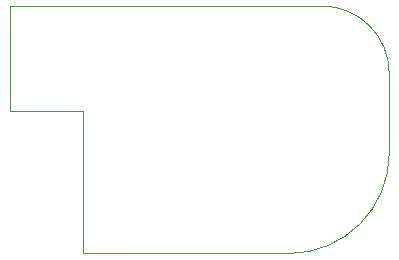
<source format=gm1>
G04 #@! TF.GenerationSoftware,KiCad,Pcbnew,(5.1.9)-1*
G04 #@! TF.CreationDate,2021-06-17T11:01:42+10:00*
G04 #@! TF.ProjectId,Clock_board,436c6f63-6b5f-4626-9f61-72642e6b6963,rev?*
G04 #@! TF.SameCoordinates,PX6f6d640PY5734380*
G04 #@! TF.FileFunction,Profile,NP*
%FSLAX46Y46*%
G04 Gerber Fmt 4.6, Leading zero omitted, Abs format (unit mm)*
G04 Created by KiCad (PCBNEW (5.1.9)-1) date 2021-06-17 11:01:42*
%MOMM*%
%LPD*%
G01*
G04 APERTURE LIST*
G04 #@! TA.AperFunction,Profile*
%ADD10C,0.050000*%
G04 #@! TD*
G04 APERTURE END LIST*
D10*
X32131000Y8509000D02*
G75*
G02*
X23622000Y0I-8509000J0D01*
G01*
X26416000Y20955000D02*
G75*
G02*
X32131000Y15240000I0J-5715000D01*
G01*
X6223000Y0D02*
X23622000Y0D01*
X32131000Y15240000D02*
X32131000Y8509000D01*
X0Y20955000D02*
X26416000Y20955000D01*
X0Y12065000D02*
X0Y20955000D01*
X6223000Y12065000D02*
X6223000Y0D01*
X0Y12065000D02*
X6223000Y12065000D01*
M02*

</source>
